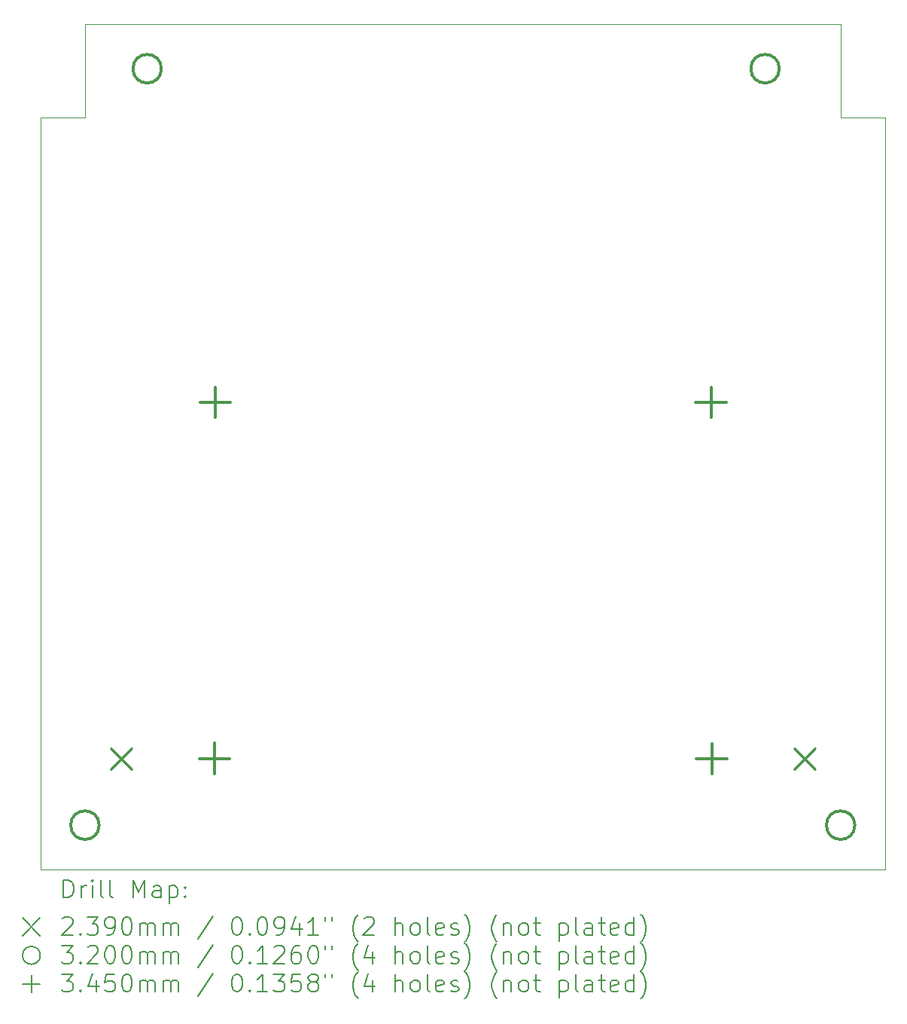
<source format=gbr>
%TF.GenerationSoftware,KiCad,Pcbnew,8.0.0*%
%TF.CreationDate,2025-01-17T01:01:03+02:00*%
%TF.ProjectId,diplomna_2024_bms_pcb_layout,6469706c-6f6d-46e6-915f-323032345f62,rev?*%
%TF.SameCoordinates,Original*%
%TF.FileFunction,Drillmap*%
%TF.FilePolarity,Positive*%
%FSLAX45Y45*%
G04 Gerber Fmt 4.5, Leading zero omitted, Abs format (unit mm)*
G04 Created by KiCad (PCBNEW 8.0.0) date 2025-01-17 01:01:03*
%MOMM*%
%LPD*%
G01*
G04 APERTURE LIST*
%ADD10C,0.050000*%
%ADD11C,0.200000*%
%ADD12C,0.239000*%
%ADD13C,0.320000*%
%ADD14C,0.345000*%
G04 APERTURE END LIST*
D10*
X18000000Y-4950000D02*
X26500000Y-4950000D01*
X27000000Y-6000000D02*
X27000000Y-14450000D01*
X26500000Y-6000000D02*
X27000000Y-6000000D01*
X27000000Y-14450000D02*
X17500000Y-14450000D01*
X17500000Y-14450000D02*
X17500000Y-6000000D01*
X18000000Y-6000000D02*
X18000000Y-4950000D01*
X17500000Y-6000000D02*
X18000000Y-6000000D01*
X26500000Y-4950000D02*
X26500000Y-6000000D01*
D11*
D12*
X18290500Y-13083500D02*
X18529500Y-13322500D01*
X18529500Y-13083500D02*
X18290500Y-13322500D01*
X25978000Y-13082000D02*
X26217000Y-13321000D01*
X26217000Y-13082000D02*
X25978000Y-13321000D01*
D13*
X18160000Y-13950000D02*
G75*
G02*
X17840000Y-13950000I-160000J0D01*
G01*
X17840000Y-13950000D02*
G75*
G02*
X18160000Y-13950000I160000J0D01*
G01*
X18860000Y-5450000D02*
G75*
G02*
X18540000Y-5450000I-160000J0D01*
G01*
X18540000Y-5450000D02*
G75*
G02*
X18860000Y-5450000I160000J0D01*
G01*
X25810000Y-5450000D02*
G75*
G02*
X25490000Y-5450000I-160000J0D01*
G01*
X25490000Y-5450000D02*
G75*
G02*
X25810000Y-5450000I160000J0D01*
G01*
X26660000Y-13950000D02*
G75*
G02*
X26340000Y-13950000I-160000J0D01*
G01*
X26340000Y-13950000D02*
G75*
G02*
X26660000Y-13950000I160000J0D01*
G01*
D14*
X19457500Y-13029000D02*
X19457500Y-13374000D01*
X19285000Y-13201500D02*
X19630000Y-13201500D01*
X19465000Y-9027500D02*
X19465000Y-9372500D01*
X19292500Y-9200000D02*
X19637500Y-9200000D01*
X25042500Y-9026000D02*
X25042500Y-9371000D01*
X24870000Y-9198500D02*
X25215000Y-9198500D01*
X25050000Y-13030500D02*
X25050000Y-13375500D01*
X24877500Y-13203000D02*
X25222500Y-13203000D01*
D11*
X17758277Y-14763984D02*
X17758277Y-14563984D01*
X17758277Y-14563984D02*
X17805896Y-14563984D01*
X17805896Y-14563984D02*
X17834467Y-14573508D01*
X17834467Y-14573508D02*
X17853515Y-14592555D01*
X17853515Y-14592555D02*
X17863039Y-14611603D01*
X17863039Y-14611603D02*
X17872563Y-14649698D01*
X17872563Y-14649698D02*
X17872563Y-14678269D01*
X17872563Y-14678269D02*
X17863039Y-14716365D01*
X17863039Y-14716365D02*
X17853515Y-14735412D01*
X17853515Y-14735412D02*
X17834467Y-14754460D01*
X17834467Y-14754460D02*
X17805896Y-14763984D01*
X17805896Y-14763984D02*
X17758277Y-14763984D01*
X17958277Y-14763984D02*
X17958277Y-14630650D01*
X17958277Y-14668746D02*
X17967801Y-14649698D01*
X17967801Y-14649698D02*
X17977324Y-14640174D01*
X17977324Y-14640174D02*
X17996372Y-14630650D01*
X17996372Y-14630650D02*
X18015420Y-14630650D01*
X18082086Y-14763984D02*
X18082086Y-14630650D01*
X18082086Y-14563984D02*
X18072563Y-14573508D01*
X18072563Y-14573508D02*
X18082086Y-14583031D01*
X18082086Y-14583031D02*
X18091610Y-14573508D01*
X18091610Y-14573508D02*
X18082086Y-14563984D01*
X18082086Y-14563984D02*
X18082086Y-14583031D01*
X18205896Y-14763984D02*
X18186848Y-14754460D01*
X18186848Y-14754460D02*
X18177324Y-14735412D01*
X18177324Y-14735412D02*
X18177324Y-14563984D01*
X18310658Y-14763984D02*
X18291610Y-14754460D01*
X18291610Y-14754460D02*
X18282086Y-14735412D01*
X18282086Y-14735412D02*
X18282086Y-14563984D01*
X18539229Y-14763984D02*
X18539229Y-14563984D01*
X18539229Y-14563984D02*
X18605896Y-14706841D01*
X18605896Y-14706841D02*
X18672563Y-14563984D01*
X18672563Y-14563984D02*
X18672563Y-14763984D01*
X18853515Y-14763984D02*
X18853515Y-14659222D01*
X18853515Y-14659222D02*
X18843991Y-14640174D01*
X18843991Y-14640174D02*
X18824944Y-14630650D01*
X18824944Y-14630650D02*
X18786848Y-14630650D01*
X18786848Y-14630650D02*
X18767801Y-14640174D01*
X18853515Y-14754460D02*
X18834467Y-14763984D01*
X18834467Y-14763984D02*
X18786848Y-14763984D01*
X18786848Y-14763984D02*
X18767801Y-14754460D01*
X18767801Y-14754460D02*
X18758277Y-14735412D01*
X18758277Y-14735412D02*
X18758277Y-14716365D01*
X18758277Y-14716365D02*
X18767801Y-14697317D01*
X18767801Y-14697317D02*
X18786848Y-14687793D01*
X18786848Y-14687793D02*
X18834467Y-14687793D01*
X18834467Y-14687793D02*
X18853515Y-14678269D01*
X18948753Y-14630650D02*
X18948753Y-14830650D01*
X18948753Y-14640174D02*
X18967801Y-14630650D01*
X18967801Y-14630650D02*
X19005896Y-14630650D01*
X19005896Y-14630650D02*
X19024944Y-14640174D01*
X19024944Y-14640174D02*
X19034467Y-14649698D01*
X19034467Y-14649698D02*
X19043991Y-14668746D01*
X19043991Y-14668746D02*
X19043991Y-14725888D01*
X19043991Y-14725888D02*
X19034467Y-14744936D01*
X19034467Y-14744936D02*
X19024944Y-14754460D01*
X19024944Y-14754460D02*
X19005896Y-14763984D01*
X19005896Y-14763984D02*
X18967801Y-14763984D01*
X18967801Y-14763984D02*
X18948753Y-14754460D01*
X19129705Y-14744936D02*
X19139229Y-14754460D01*
X19139229Y-14754460D02*
X19129705Y-14763984D01*
X19129705Y-14763984D02*
X19120182Y-14754460D01*
X19120182Y-14754460D02*
X19129705Y-14744936D01*
X19129705Y-14744936D02*
X19129705Y-14763984D01*
X19129705Y-14640174D02*
X19139229Y-14649698D01*
X19139229Y-14649698D02*
X19129705Y-14659222D01*
X19129705Y-14659222D02*
X19120182Y-14649698D01*
X19120182Y-14649698D02*
X19129705Y-14640174D01*
X19129705Y-14640174D02*
X19129705Y-14659222D01*
X17297500Y-14992500D02*
X17497500Y-15192500D01*
X17497500Y-14992500D02*
X17297500Y-15192500D01*
X17748753Y-15003031D02*
X17758277Y-14993508D01*
X17758277Y-14993508D02*
X17777324Y-14983984D01*
X17777324Y-14983984D02*
X17824944Y-14983984D01*
X17824944Y-14983984D02*
X17843991Y-14993508D01*
X17843991Y-14993508D02*
X17853515Y-15003031D01*
X17853515Y-15003031D02*
X17863039Y-15022079D01*
X17863039Y-15022079D02*
X17863039Y-15041127D01*
X17863039Y-15041127D02*
X17853515Y-15069698D01*
X17853515Y-15069698D02*
X17739229Y-15183984D01*
X17739229Y-15183984D02*
X17863039Y-15183984D01*
X17948753Y-15164936D02*
X17958277Y-15174460D01*
X17958277Y-15174460D02*
X17948753Y-15183984D01*
X17948753Y-15183984D02*
X17939229Y-15174460D01*
X17939229Y-15174460D02*
X17948753Y-15164936D01*
X17948753Y-15164936D02*
X17948753Y-15183984D01*
X18024944Y-14983984D02*
X18148753Y-14983984D01*
X18148753Y-14983984D02*
X18082086Y-15060174D01*
X18082086Y-15060174D02*
X18110658Y-15060174D01*
X18110658Y-15060174D02*
X18129705Y-15069698D01*
X18129705Y-15069698D02*
X18139229Y-15079222D01*
X18139229Y-15079222D02*
X18148753Y-15098269D01*
X18148753Y-15098269D02*
X18148753Y-15145888D01*
X18148753Y-15145888D02*
X18139229Y-15164936D01*
X18139229Y-15164936D02*
X18129705Y-15174460D01*
X18129705Y-15174460D02*
X18110658Y-15183984D01*
X18110658Y-15183984D02*
X18053515Y-15183984D01*
X18053515Y-15183984D02*
X18034467Y-15174460D01*
X18034467Y-15174460D02*
X18024944Y-15164936D01*
X18243991Y-15183984D02*
X18282086Y-15183984D01*
X18282086Y-15183984D02*
X18301134Y-15174460D01*
X18301134Y-15174460D02*
X18310658Y-15164936D01*
X18310658Y-15164936D02*
X18329705Y-15136365D01*
X18329705Y-15136365D02*
X18339229Y-15098269D01*
X18339229Y-15098269D02*
X18339229Y-15022079D01*
X18339229Y-15022079D02*
X18329705Y-15003031D01*
X18329705Y-15003031D02*
X18320182Y-14993508D01*
X18320182Y-14993508D02*
X18301134Y-14983984D01*
X18301134Y-14983984D02*
X18263039Y-14983984D01*
X18263039Y-14983984D02*
X18243991Y-14993508D01*
X18243991Y-14993508D02*
X18234467Y-15003031D01*
X18234467Y-15003031D02*
X18224944Y-15022079D01*
X18224944Y-15022079D02*
X18224944Y-15069698D01*
X18224944Y-15069698D02*
X18234467Y-15088746D01*
X18234467Y-15088746D02*
X18243991Y-15098269D01*
X18243991Y-15098269D02*
X18263039Y-15107793D01*
X18263039Y-15107793D02*
X18301134Y-15107793D01*
X18301134Y-15107793D02*
X18320182Y-15098269D01*
X18320182Y-15098269D02*
X18329705Y-15088746D01*
X18329705Y-15088746D02*
X18339229Y-15069698D01*
X18463039Y-14983984D02*
X18482086Y-14983984D01*
X18482086Y-14983984D02*
X18501134Y-14993508D01*
X18501134Y-14993508D02*
X18510658Y-15003031D01*
X18510658Y-15003031D02*
X18520182Y-15022079D01*
X18520182Y-15022079D02*
X18529705Y-15060174D01*
X18529705Y-15060174D02*
X18529705Y-15107793D01*
X18529705Y-15107793D02*
X18520182Y-15145888D01*
X18520182Y-15145888D02*
X18510658Y-15164936D01*
X18510658Y-15164936D02*
X18501134Y-15174460D01*
X18501134Y-15174460D02*
X18482086Y-15183984D01*
X18482086Y-15183984D02*
X18463039Y-15183984D01*
X18463039Y-15183984D02*
X18443991Y-15174460D01*
X18443991Y-15174460D02*
X18434467Y-15164936D01*
X18434467Y-15164936D02*
X18424944Y-15145888D01*
X18424944Y-15145888D02*
X18415420Y-15107793D01*
X18415420Y-15107793D02*
X18415420Y-15060174D01*
X18415420Y-15060174D02*
X18424944Y-15022079D01*
X18424944Y-15022079D02*
X18434467Y-15003031D01*
X18434467Y-15003031D02*
X18443991Y-14993508D01*
X18443991Y-14993508D02*
X18463039Y-14983984D01*
X18615420Y-15183984D02*
X18615420Y-15050650D01*
X18615420Y-15069698D02*
X18624944Y-15060174D01*
X18624944Y-15060174D02*
X18643991Y-15050650D01*
X18643991Y-15050650D02*
X18672563Y-15050650D01*
X18672563Y-15050650D02*
X18691610Y-15060174D01*
X18691610Y-15060174D02*
X18701134Y-15079222D01*
X18701134Y-15079222D02*
X18701134Y-15183984D01*
X18701134Y-15079222D02*
X18710658Y-15060174D01*
X18710658Y-15060174D02*
X18729705Y-15050650D01*
X18729705Y-15050650D02*
X18758277Y-15050650D01*
X18758277Y-15050650D02*
X18777325Y-15060174D01*
X18777325Y-15060174D02*
X18786848Y-15079222D01*
X18786848Y-15079222D02*
X18786848Y-15183984D01*
X18882086Y-15183984D02*
X18882086Y-15050650D01*
X18882086Y-15069698D02*
X18891610Y-15060174D01*
X18891610Y-15060174D02*
X18910658Y-15050650D01*
X18910658Y-15050650D02*
X18939229Y-15050650D01*
X18939229Y-15050650D02*
X18958277Y-15060174D01*
X18958277Y-15060174D02*
X18967801Y-15079222D01*
X18967801Y-15079222D02*
X18967801Y-15183984D01*
X18967801Y-15079222D02*
X18977325Y-15060174D01*
X18977325Y-15060174D02*
X18996372Y-15050650D01*
X18996372Y-15050650D02*
X19024944Y-15050650D01*
X19024944Y-15050650D02*
X19043991Y-15060174D01*
X19043991Y-15060174D02*
X19053515Y-15079222D01*
X19053515Y-15079222D02*
X19053515Y-15183984D01*
X19443991Y-14974460D02*
X19272563Y-15231603D01*
X19701134Y-14983984D02*
X19720182Y-14983984D01*
X19720182Y-14983984D02*
X19739229Y-14993508D01*
X19739229Y-14993508D02*
X19748753Y-15003031D01*
X19748753Y-15003031D02*
X19758277Y-15022079D01*
X19758277Y-15022079D02*
X19767801Y-15060174D01*
X19767801Y-15060174D02*
X19767801Y-15107793D01*
X19767801Y-15107793D02*
X19758277Y-15145888D01*
X19758277Y-15145888D02*
X19748753Y-15164936D01*
X19748753Y-15164936D02*
X19739229Y-15174460D01*
X19739229Y-15174460D02*
X19720182Y-15183984D01*
X19720182Y-15183984D02*
X19701134Y-15183984D01*
X19701134Y-15183984D02*
X19682087Y-15174460D01*
X19682087Y-15174460D02*
X19672563Y-15164936D01*
X19672563Y-15164936D02*
X19663039Y-15145888D01*
X19663039Y-15145888D02*
X19653515Y-15107793D01*
X19653515Y-15107793D02*
X19653515Y-15060174D01*
X19653515Y-15060174D02*
X19663039Y-15022079D01*
X19663039Y-15022079D02*
X19672563Y-15003031D01*
X19672563Y-15003031D02*
X19682087Y-14993508D01*
X19682087Y-14993508D02*
X19701134Y-14983984D01*
X19853515Y-15164936D02*
X19863039Y-15174460D01*
X19863039Y-15174460D02*
X19853515Y-15183984D01*
X19853515Y-15183984D02*
X19843991Y-15174460D01*
X19843991Y-15174460D02*
X19853515Y-15164936D01*
X19853515Y-15164936D02*
X19853515Y-15183984D01*
X19986848Y-14983984D02*
X20005896Y-14983984D01*
X20005896Y-14983984D02*
X20024944Y-14993508D01*
X20024944Y-14993508D02*
X20034468Y-15003031D01*
X20034468Y-15003031D02*
X20043991Y-15022079D01*
X20043991Y-15022079D02*
X20053515Y-15060174D01*
X20053515Y-15060174D02*
X20053515Y-15107793D01*
X20053515Y-15107793D02*
X20043991Y-15145888D01*
X20043991Y-15145888D02*
X20034468Y-15164936D01*
X20034468Y-15164936D02*
X20024944Y-15174460D01*
X20024944Y-15174460D02*
X20005896Y-15183984D01*
X20005896Y-15183984D02*
X19986848Y-15183984D01*
X19986848Y-15183984D02*
X19967801Y-15174460D01*
X19967801Y-15174460D02*
X19958277Y-15164936D01*
X19958277Y-15164936D02*
X19948753Y-15145888D01*
X19948753Y-15145888D02*
X19939229Y-15107793D01*
X19939229Y-15107793D02*
X19939229Y-15060174D01*
X19939229Y-15060174D02*
X19948753Y-15022079D01*
X19948753Y-15022079D02*
X19958277Y-15003031D01*
X19958277Y-15003031D02*
X19967801Y-14993508D01*
X19967801Y-14993508D02*
X19986848Y-14983984D01*
X20148753Y-15183984D02*
X20186848Y-15183984D01*
X20186848Y-15183984D02*
X20205896Y-15174460D01*
X20205896Y-15174460D02*
X20215420Y-15164936D01*
X20215420Y-15164936D02*
X20234468Y-15136365D01*
X20234468Y-15136365D02*
X20243991Y-15098269D01*
X20243991Y-15098269D02*
X20243991Y-15022079D01*
X20243991Y-15022079D02*
X20234468Y-15003031D01*
X20234468Y-15003031D02*
X20224944Y-14993508D01*
X20224944Y-14993508D02*
X20205896Y-14983984D01*
X20205896Y-14983984D02*
X20167801Y-14983984D01*
X20167801Y-14983984D02*
X20148753Y-14993508D01*
X20148753Y-14993508D02*
X20139229Y-15003031D01*
X20139229Y-15003031D02*
X20129706Y-15022079D01*
X20129706Y-15022079D02*
X20129706Y-15069698D01*
X20129706Y-15069698D02*
X20139229Y-15088746D01*
X20139229Y-15088746D02*
X20148753Y-15098269D01*
X20148753Y-15098269D02*
X20167801Y-15107793D01*
X20167801Y-15107793D02*
X20205896Y-15107793D01*
X20205896Y-15107793D02*
X20224944Y-15098269D01*
X20224944Y-15098269D02*
X20234468Y-15088746D01*
X20234468Y-15088746D02*
X20243991Y-15069698D01*
X20415420Y-15050650D02*
X20415420Y-15183984D01*
X20367801Y-14974460D02*
X20320182Y-15117317D01*
X20320182Y-15117317D02*
X20443991Y-15117317D01*
X20624944Y-15183984D02*
X20510658Y-15183984D01*
X20567801Y-15183984D02*
X20567801Y-14983984D01*
X20567801Y-14983984D02*
X20548753Y-15012555D01*
X20548753Y-15012555D02*
X20529706Y-15031603D01*
X20529706Y-15031603D02*
X20510658Y-15041127D01*
X20701134Y-14983984D02*
X20701134Y-15022079D01*
X20777325Y-14983984D02*
X20777325Y-15022079D01*
X21072563Y-15260174D02*
X21063039Y-15250650D01*
X21063039Y-15250650D02*
X21043991Y-15222079D01*
X21043991Y-15222079D02*
X21034468Y-15203031D01*
X21034468Y-15203031D02*
X21024944Y-15174460D01*
X21024944Y-15174460D02*
X21015420Y-15126841D01*
X21015420Y-15126841D02*
X21015420Y-15088746D01*
X21015420Y-15088746D02*
X21024944Y-15041127D01*
X21024944Y-15041127D02*
X21034468Y-15012555D01*
X21034468Y-15012555D02*
X21043991Y-14993508D01*
X21043991Y-14993508D02*
X21063039Y-14964936D01*
X21063039Y-14964936D02*
X21072563Y-14955412D01*
X21139230Y-15003031D02*
X21148753Y-14993508D01*
X21148753Y-14993508D02*
X21167801Y-14983984D01*
X21167801Y-14983984D02*
X21215420Y-14983984D01*
X21215420Y-14983984D02*
X21234468Y-14993508D01*
X21234468Y-14993508D02*
X21243991Y-15003031D01*
X21243991Y-15003031D02*
X21253515Y-15022079D01*
X21253515Y-15022079D02*
X21253515Y-15041127D01*
X21253515Y-15041127D02*
X21243991Y-15069698D01*
X21243991Y-15069698D02*
X21129706Y-15183984D01*
X21129706Y-15183984D02*
X21253515Y-15183984D01*
X21491611Y-15183984D02*
X21491611Y-14983984D01*
X21577325Y-15183984D02*
X21577325Y-15079222D01*
X21577325Y-15079222D02*
X21567801Y-15060174D01*
X21567801Y-15060174D02*
X21548753Y-15050650D01*
X21548753Y-15050650D02*
X21520182Y-15050650D01*
X21520182Y-15050650D02*
X21501134Y-15060174D01*
X21501134Y-15060174D02*
X21491611Y-15069698D01*
X21701134Y-15183984D02*
X21682087Y-15174460D01*
X21682087Y-15174460D02*
X21672563Y-15164936D01*
X21672563Y-15164936D02*
X21663039Y-15145888D01*
X21663039Y-15145888D02*
X21663039Y-15088746D01*
X21663039Y-15088746D02*
X21672563Y-15069698D01*
X21672563Y-15069698D02*
X21682087Y-15060174D01*
X21682087Y-15060174D02*
X21701134Y-15050650D01*
X21701134Y-15050650D02*
X21729706Y-15050650D01*
X21729706Y-15050650D02*
X21748753Y-15060174D01*
X21748753Y-15060174D02*
X21758277Y-15069698D01*
X21758277Y-15069698D02*
X21767801Y-15088746D01*
X21767801Y-15088746D02*
X21767801Y-15145888D01*
X21767801Y-15145888D02*
X21758277Y-15164936D01*
X21758277Y-15164936D02*
X21748753Y-15174460D01*
X21748753Y-15174460D02*
X21729706Y-15183984D01*
X21729706Y-15183984D02*
X21701134Y-15183984D01*
X21882087Y-15183984D02*
X21863039Y-15174460D01*
X21863039Y-15174460D02*
X21853515Y-15155412D01*
X21853515Y-15155412D02*
X21853515Y-14983984D01*
X22034468Y-15174460D02*
X22015420Y-15183984D01*
X22015420Y-15183984D02*
X21977325Y-15183984D01*
X21977325Y-15183984D02*
X21958277Y-15174460D01*
X21958277Y-15174460D02*
X21948753Y-15155412D01*
X21948753Y-15155412D02*
X21948753Y-15079222D01*
X21948753Y-15079222D02*
X21958277Y-15060174D01*
X21958277Y-15060174D02*
X21977325Y-15050650D01*
X21977325Y-15050650D02*
X22015420Y-15050650D01*
X22015420Y-15050650D02*
X22034468Y-15060174D01*
X22034468Y-15060174D02*
X22043992Y-15079222D01*
X22043992Y-15079222D02*
X22043992Y-15098269D01*
X22043992Y-15098269D02*
X21948753Y-15117317D01*
X22120182Y-15174460D02*
X22139230Y-15183984D01*
X22139230Y-15183984D02*
X22177325Y-15183984D01*
X22177325Y-15183984D02*
X22196373Y-15174460D01*
X22196373Y-15174460D02*
X22205896Y-15155412D01*
X22205896Y-15155412D02*
X22205896Y-15145888D01*
X22205896Y-15145888D02*
X22196373Y-15126841D01*
X22196373Y-15126841D02*
X22177325Y-15117317D01*
X22177325Y-15117317D02*
X22148753Y-15117317D01*
X22148753Y-15117317D02*
X22129706Y-15107793D01*
X22129706Y-15107793D02*
X22120182Y-15088746D01*
X22120182Y-15088746D02*
X22120182Y-15079222D01*
X22120182Y-15079222D02*
X22129706Y-15060174D01*
X22129706Y-15060174D02*
X22148753Y-15050650D01*
X22148753Y-15050650D02*
X22177325Y-15050650D01*
X22177325Y-15050650D02*
X22196373Y-15060174D01*
X22272563Y-15260174D02*
X22282087Y-15250650D01*
X22282087Y-15250650D02*
X22301134Y-15222079D01*
X22301134Y-15222079D02*
X22310658Y-15203031D01*
X22310658Y-15203031D02*
X22320182Y-15174460D01*
X22320182Y-15174460D02*
X22329706Y-15126841D01*
X22329706Y-15126841D02*
X22329706Y-15088746D01*
X22329706Y-15088746D02*
X22320182Y-15041127D01*
X22320182Y-15041127D02*
X22310658Y-15012555D01*
X22310658Y-15012555D02*
X22301134Y-14993508D01*
X22301134Y-14993508D02*
X22282087Y-14964936D01*
X22282087Y-14964936D02*
X22272563Y-14955412D01*
X22634468Y-15260174D02*
X22624944Y-15250650D01*
X22624944Y-15250650D02*
X22605896Y-15222079D01*
X22605896Y-15222079D02*
X22596372Y-15203031D01*
X22596372Y-15203031D02*
X22586849Y-15174460D01*
X22586849Y-15174460D02*
X22577325Y-15126841D01*
X22577325Y-15126841D02*
X22577325Y-15088746D01*
X22577325Y-15088746D02*
X22586849Y-15041127D01*
X22586849Y-15041127D02*
X22596372Y-15012555D01*
X22596372Y-15012555D02*
X22605896Y-14993508D01*
X22605896Y-14993508D02*
X22624944Y-14964936D01*
X22624944Y-14964936D02*
X22634468Y-14955412D01*
X22710658Y-15050650D02*
X22710658Y-15183984D01*
X22710658Y-15069698D02*
X22720182Y-15060174D01*
X22720182Y-15060174D02*
X22739230Y-15050650D01*
X22739230Y-15050650D02*
X22767801Y-15050650D01*
X22767801Y-15050650D02*
X22786849Y-15060174D01*
X22786849Y-15060174D02*
X22796372Y-15079222D01*
X22796372Y-15079222D02*
X22796372Y-15183984D01*
X22920182Y-15183984D02*
X22901134Y-15174460D01*
X22901134Y-15174460D02*
X22891611Y-15164936D01*
X22891611Y-15164936D02*
X22882087Y-15145888D01*
X22882087Y-15145888D02*
X22882087Y-15088746D01*
X22882087Y-15088746D02*
X22891611Y-15069698D01*
X22891611Y-15069698D02*
X22901134Y-15060174D01*
X22901134Y-15060174D02*
X22920182Y-15050650D01*
X22920182Y-15050650D02*
X22948753Y-15050650D01*
X22948753Y-15050650D02*
X22967801Y-15060174D01*
X22967801Y-15060174D02*
X22977325Y-15069698D01*
X22977325Y-15069698D02*
X22986849Y-15088746D01*
X22986849Y-15088746D02*
X22986849Y-15145888D01*
X22986849Y-15145888D02*
X22977325Y-15164936D01*
X22977325Y-15164936D02*
X22967801Y-15174460D01*
X22967801Y-15174460D02*
X22948753Y-15183984D01*
X22948753Y-15183984D02*
X22920182Y-15183984D01*
X23043992Y-15050650D02*
X23120182Y-15050650D01*
X23072563Y-14983984D02*
X23072563Y-15155412D01*
X23072563Y-15155412D02*
X23082087Y-15174460D01*
X23082087Y-15174460D02*
X23101134Y-15183984D01*
X23101134Y-15183984D02*
X23120182Y-15183984D01*
X23339230Y-15050650D02*
X23339230Y-15250650D01*
X23339230Y-15060174D02*
X23358277Y-15050650D01*
X23358277Y-15050650D02*
X23396373Y-15050650D01*
X23396373Y-15050650D02*
X23415420Y-15060174D01*
X23415420Y-15060174D02*
X23424944Y-15069698D01*
X23424944Y-15069698D02*
X23434468Y-15088746D01*
X23434468Y-15088746D02*
X23434468Y-15145888D01*
X23434468Y-15145888D02*
X23424944Y-15164936D01*
X23424944Y-15164936D02*
X23415420Y-15174460D01*
X23415420Y-15174460D02*
X23396373Y-15183984D01*
X23396373Y-15183984D02*
X23358277Y-15183984D01*
X23358277Y-15183984D02*
X23339230Y-15174460D01*
X23548753Y-15183984D02*
X23529706Y-15174460D01*
X23529706Y-15174460D02*
X23520182Y-15155412D01*
X23520182Y-15155412D02*
X23520182Y-14983984D01*
X23710658Y-15183984D02*
X23710658Y-15079222D01*
X23710658Y-15079222D02*
X23701134Y-15060174D01*
X23701134Y-15060174D02*
X23682087Y-15050650D01*
X23682087Y-15050650D02*
X23643992Y-15050650D01*
X23643992Y-15050650D02*
X23624944Y-15060174D01*
X23710658Y-15174460D02*
X23691611Y-15183984D01*
X23691611Y-15183984D02*
X23643992Y-15183984D01*
X23643992Y-15183984D02*
X23624944Y-15174460D01*
X23624944Y-15174460D02*
X23615420Y-15155412D01*
X23615420Y-15155412D02*
X23615420Y-15136365D01*
X23615420Y-15136365D02*
X23624944Y-15117317D01*
X23624944Y-15117317D02*
X23643992Y-15107793D01*
X23643992Y-15107793D02*
X23691611Y-15107793D01*
X23691611Y-15107793D02*
X23710658Y-15098269D01*
X23777325Y-15050650D02*
X23853515Y-15050650D01*
X23805896Y-14983984D02*
X23805896Y-15155412D01*
X23805896Y-15155412D02*
X23815420Y-15174460D01*
X23815420Y-15174460D02*
X23834468Y-15183984D01*
X23834468Y-15183984D02*
X23853515Y-15183984D01*
X23996373Y-15174460D02*
X23977325Y-15183984D01*
X23977325Y-15183984D02*
X23939230Y-15183984D01*
X23939230Y-15183984D02*
X23920182Y-15174460D01*
X23920182Y-15174460D02*
X23910658Y-15155412D01*
X23910658Y-15155412D02*
X23910658Y-15079222D01*
X23910658Y-15079222D02*
X23920182Y-15060174D01*
X23920182Y-15060174D02*
X23939230Y-15050650D01*
X23939230Y-15050650D02*
X23977325Y-15050650D01*
X23977325Y-15050650D02*
X23996373Y-15060174D01*
X23996373Y-15060174D02*
X24005896Y-15079222D01*
X24005896Y-15079222D02*
X24005896Y-15098269D01*
X24005896Y-15098269D02*
X23910658Y-15117317D01*
X24177325Y-15183984D02*
X24177325Y-14983984D01*
X24177325Y-15174460D02*
X24158277Y-15183984D01*
X24158277Y-15183984D02*
X24120182Y-15183984D01*
X24120182Y-15183984D02*
X24101134Y-15174460D01*
X24101134Y-15174460D02*
X24091611Y-15164936D01*
X24091611Y-15164936D02*
X24082087Y-15145888D01*
X24082087Y-15145888D02*
X24082087Y-15088746D01*
X24082087Y-15088746D02*
X24091611Y-15069698D01*
X24091611Y-15069698D02*
X24101134Y-15060174D01*
X24101134Y-15060174D02*
X24120182Y-15050650D01*
X24120182Y-15050650D02*
X24158277Y-15050650D01*
X24158277Y-15050650D02*
X24177325Y-15060174D01*
X24253515Y-15260174D02*
X24263039Y-15250650D01*
X24263039Y-15250650D02*
X24282087Y-15222079D01*
X24282087Y-15222079D02*
X24291611Y-15203031D01*
X24291611Y-15203031D02*
X24301134Y-15174460D01*
X24301134Y-15174460D02*
X24310658Y-15126841D01*
X24310658Y-15126841D02*
X24310658Y-15088746D01*
X24310658Y-15088746D02*
X24301134Y-15041127D01*
X24301134Y-15041127D02*
X24291611Y-15012555D01*
X24291611Y-15012555D02*
X24282087Y-14993508D01*
X24282087Y-14993508D02*
X24263039Y-14964936D01*
X24263039Y-14964936D02*
X24253515Y-14955412D01*
X17497500Y-15412500D02*
G75*
G02*
X17297500Y-15412500I-100000J0D01*
G01*
X17297500Y-15412500D02*
G75*
G02*
X17497500Y-15412500I100000J0D01*
G01*
X17739229Y-15303984D02*
X17863039Y-15303984D01*
X17863039Y-15303984D02*
X17796372Y-15380174D01*
X17796372Y-15380174D02*
X17824944Y-15380174D01*
X17824944Y-15380174D02*
X17843991Y-15389698D01*
X17843991Y-15389698D02*
X17853515Y-15399222D01*
X17853515Y-15399222D02*
X17863039Y-15418269D01*
X17863039Y-15418269D02*
X17863039Y-15465888D01*
X17863039Y-15465888D02*
X17853515Y-15484936D01*
X17853515Y-15484936D02*
X17843991Y-15494460D01*
X17843991Y-15494460D02*
X17824944Y-15503984D01*
X17824944Y-15503984D02*
X17767801Y-15503984D01*
X17767801Y-15503984D02*
X17748753Y-15494460D01*
X17748753Y-15494460D02*
X17739229Y-15484936D01*
X17948753Y-15484936D02*
X17958277Y-15494460D01*
X17958277Y-15494460D02*
X17948753Y-15503984D01*
X17948753Y-15503984D02*
X17939229Y-15494460D01*
X17939229Y-15494460D02*
X17948753Y-15484936D01*
X17948753Y-15484936D02*
X17948753Y-15503984D01*
X18034467Y-15323031D02*
X18043991Y-15313508D01*
X18043991Y-15313508D02*
X18063039Y-15303984D01*
X18063039Y-15303984D02*
X18110658Y-15303984D01*
X18110658Y-15303984D02*
X18129705Y-15313508D01*
X18129705Y-15313508D02*
X18139229Y-15323031D01*
X18139229Y-15323031D02*
X18148753Y-15342079D01*
X18148753Y-15342079D02*
X18148753Y-15361127D01*
X18148753Y-15361127D02*
X18139229Y-15389698D01*
X18139229Y-15389698D02*
X18024944Y-15503984D01*
X18024944Y-15503984D02*
X18148753Y-15503984D01*
X18272563Y-15303984D02*
X18291610Y-15303984D01*
X18291610Y-15303984D02*
X18310658Y-15313508D01*
X18310658Y-15313508D02*
X18320182Y-15323031D01*
X18320182Y-15323031D02*
X18329705Y-15342079D01*
X18329705Y-15342079D02*
X18339229Y-15380174D01*
X18339229Y-15380174D02*
X18339229Y-15427793D01*
X18339229Y-15427793D02*
X18329705Y-15465888D01*
X18329705Y-15465888D02*
X18320182Y-15484936D01*
X18320182Y-15484936D02*
X18310658Y-15494460D01*
X18310658Y-15494460D02*
X18291610Y-15503984D01*
X18291610Y-15503984D02*
X18272563Y-15503984D01*
X18272563Y-15503984D02*
X18253515Y-15494460D01*
X18253515Y-15494460D02*
X18243991Y-15484936D01*
X18243991Y-15484936D02*
X18234467Y-15465888D01*
X18234467Y-15465888D02*
X18224944Y-15427793D01*
X18224944Y-15427793D02*
X18224944Y-15380174D01*
X18224944Y-15380174D02*
X18234467Y-15342079D01*
X18234467Y-15342079D02*
X18243991Y-15323031D01*
X18243991Y-15323031D02*
X18253515Y-15313508D01*
X18253515Y-15313508D02*
X18272563Y-15303984D01*
X18463039Y-15303984D02*
X18482086Y-15303984D01*
X18482086Y-15303984D02*
X18501134Y-15313508D01*
X18501134Y-15313508D02*
X18510658Y-15323031D01*
X18510658Y-15323031D02*
X18520182Y-15342079D01*
X18520182Y-15342079D02*
X18529705Y-15380174D01*
X18529705Y-15380174D02*
X18529705Y-15427793D01*
X18529705Y-15427793D02*
X18520182Y-15465888D01*
X18520182Y-15465888D02*
X18510658Y-15484936D01*
X18510658Y-15484936D02*
X18501134Y-15494460D01*
X18501134Y-15494460D02*
X18482086Y-15503984D01*
X18482086Y-15503984D02*
X18463039Y-15503984D01*
X18463039Y-15503984D02*
X18443991Y-15494460D01*
X18443991Y-15494460D02*
X18434467Y-15484936D01*
X18434467Y-15484936D02*
X18424944Y-15465888D01*
X18424944Y-15465888D02*
X18415420Y-15427793D01*
X18415420Y-15427793D02*
X18415420Y-15380174D01*
X18415420Y-15380174D02*
X18424944Y-15342079D01*
X18424944Y-15342079D02*
X18434467Y-15323031D01*
X18434467Y-15323031D02*
X18443991Y-15313508D01*
X18443991Y-15313508D02*
X18463039Y-15303984D01*
X18615420Y-15503984D02*
X18615420Y-15370650D01*
X18615420Y-15389698D02*
X18624944Y-15380174D01*
X18624944Y-15380174D02*
X18643991Y-15370650D01*
X18643991Y-15370650D02*
X18672563Y-15370650D01*
X18672563Y-15370650D02*
X18691610Y-15380174D01*
X18691610Y-15380174D02*
X18701134Y-15399222D01*
X18701134Y-15399222D02*
X18701134Y-15503984D01*
X18701134Y-15399222D02*
X18710658Y-15380174D01*
X18710658Y-15380174D02*
X18729705Y-15370650D01*
X18729705Y-15370650D02*
X18758277Y-15370650D01*
X18758277Y-15370650D02*
X18777325Y-15380174D01*
X18777325Y-15380174D02*
X18786848Y-15399222D01*
X18786848Y-15399222D02*
X18786848Y-15503984D01*
X18882086Y-15503984D02*
X18882086Y-15370650D01*
X18882086Y-15389698D02*
X18891610Y-15380174D01*
X18891610Y-15380174D02*
X18910658Y-15370650D01*
X18910658Y-15370650D02*
X18939229Y-15370650D01*
X18939229Y-15370650D02*
X18958277Y-15380174D01*
X18958277Y-15380174D02*
X18967801Y-15399222D01*
X18967801Y-15399222D02*
X18967801Y-15503984D01*
X18967801Y-15399222D02*
X18977325Y-15380174D01*
X18977325Y-15380174D02*
X18996372Y-15370650D01*
X18996372Y-15370650D02*
X19024944Y-15370650D01*
X19024944Y-15370650D02*
X19043991Y-15380174D01*
X19043991Y-15380174D02*
X19053515Y-15399222D01*
X19053515Y-15399222D02*
X19053515Y-15503984D01*
X19443991Y-15294460D02*
X19272563Y-15551603D01*
X19701134Y-15303984D02*
X19720182Y-15303984D01*
X19720182Y-15303984D02*
X19739229Y-15313508D01*
X19739229Y-15313508D02*
X19748753Y-15323031D01*
X19748753Y-15323031D02*
X19758277Y-15342079D01*
X19758277Y-15342079D02*
X19767801Y-15380174D01*
X19767801Y-15380174D02*
X19767801Y-15427793D01*
X19767801Y-15427793D02*
X19758277Y-15465888D01*
X19758277Y-15465888D02*
X19748753Y-15484936D01*
X19748753Y-15484936D02*
X19739229Y-15494460D01*
X19739229Y-15494460D02*
X19720182Y-15503984D01*
X19720182Y-15503984D02*
X19701134Y-15503984D01*
X19701134Y-15503984D02*
X19682087Y-15494460D01*
X19682087Y-15494460D02*
X19672563Y-15484936D01*
X19672563Y-15484936D02*
X19663039Y-15465888D01*
X19663039Y-15465888D02*
X19653515Y-15427793D01*
X19653515Y-15427793D02*
X19653515Y-15380174D01*
X19653515Y-15380174D02*
X19663039Y-15342079D01*
X19663039Y-15342079D02*
X19672563Y-15323031D01*
X19672563Y-15323031D02*
X19682087Y-15313508D01*
X19682087Y-15313508D02*
X19701134Y-15303984D01*
X19853515Y-15484936D02*
X19863039Y-15494460D01*
X19863039Y-15494460D02*
X19853515Y-15503984D01*
X19853515Y-15503984D02*
X19843991Y-15494460D01*
X19843991Y-15494460D02*
X19853515Y-15484936D01*
X19853515Y-15484936D02*
X19853515Y-15503984D01*
X20053515Y-15503984D02*
X19939229Y-15503984D01*
X19996372Y-15503984D02*
X19996372Y-15303984D01*
X19996372Y-15303984D02*
X19977325Y-15332555D01*
X19977325Y-15332555D02*
X19958277Y-15351603D01*
X19958277Y-15351603D02*
X19939229Y-15361127D01*
X20129706Y-15323031D02*
X20139229Y-15313508D01*
X20139229Y-15313508D02*
X20158277Y-15303984D01*
X20158277Y-15303984D02*
X20205896Y-15303984D01*
X20205896Y-15303984D02*
X20224944Y-15313508D01*
X20224944Y-15313508D02*
X20234468Y-15323031D01*
X20234468Y-15323031D02*
X20243991Y-15342079D01*
X20243991Y-15342079D02*
X20243991Y-15361127D01*
X20243991Y-15361127D02*
X20234468Y-15389698D01*
X20234468Y-15389698D02*
X20120182Y-15503984D01*
X20120182Y-15503984D02*
X20243991Y-15503984D01*
X20415420Y-15303984D02*
X20377325Y-15303984D01*
X20377325Y-15303984D02*
X20358277Y-15313508D01*
X20358277Y-15313508D02*
X20348753Y-15323031D01*
X20348753Y-15323031D02*
X20329706Y-15351603D01*
X20329706Y-15351603D02*
X20320182Y-15389698D01*
X20320182Y-15389698D02*
X20320182Y-15465888D01*
X20320182Y-15465888D02*
X20329706Y-15484936D01*
X20329706Y-15484936D02*
X20339229Y-15494460D01*
X20339229Y-15494460D02*
X20358277Y-15503984D01*
X20358277Y-15503984D02*
X20396372Y-15503984D01*
X20396372Y-15503984D02*
X20415420Y-15494460D01*
X20415420Y-15494460D02*
X20424944Y-15484936D01*
X20424944Y-15484936D02*
X20434468Y-15465888D01*
X20434468Y-15465888D02*
X20434468Y-15418269D01*
X20434468Y-15418269D02*
X20424944Y-15399222D01*
X20424944Y-15399222D02*
X20415420Y-15389698D01*
X20415420Y-15389698D02*
X20396372Y-15380174D01*
X20396372Y-15380174D02*
X20358277Y-15380174D01*
X20358277Y-15380174D02*
X20339229Y-15389698D01*
X20339229Y-15389698D02*
X20329706Y-15399222D01*
X20329706Y-15399222D02*
X20320182Y-15418269D01*
X20558277Y-15303984D02*
X20577325Y-15303984D01*
X20577325Y-15303984D02*
X20596372Y-15313508D01*
X20596372Y-15313508D02*
X20605896Y-15323031D01*
X20605896Y-15323031D02*
X20615420Y-15342079D01*
X20615420Y-15342079D02*
X20624944Y-15380174D01*
X20624944Y-15380174D02*
X20624944Y-15427793D01*
X20624944Y-15427793D02*
X20615420Y-15465888D01*
X20615420Y-15465888D02*
X20605896Y-15484936D01*
X20605896Y-15484936D02*
X20596372Y-15494460D01*
X20596372Y-15494460D02*
X20577325Y-15503984D01*
X20577325Y-15503984D02*
X20558277Y-15503984D01*
X20558277Y-15503984D02*
X20539229Y-15494460D01*
X20539229Y-15494460D02*
X20529706Y-15484936D01*
X20529706Y-15484936D02*
X20520182Y-15465888D01*
X20520182Y-15465888D02*
X20510658Y-15427793D01*
X20510658Y-15427793D02*
X20510658Y-15380174D01*
X20510658Y-15380174D02*
X20520182Y-15342079D01*
X20520182Y-15342079D02*
X20529706Y-15323031D01*
X20529706Y-15323031D02*
X20539229Y-15313508D01*
X20539229Y-15313508D02*
X20558277Y-15303984D01*
X20701134Y-15303984D02*
X20701134Y-15342079D01*
X20777325Y-15303984D02*
X20777325Y-15342079D01*
X21072563Y-15580174D02*
X21063039Y-15570650D01*
X21063039Y-15570650D02*
X21043991Y-15542079D01*
X21043991Y-15542079D02*
X21034468Y-15523031D01*
X21034468Y-15523031D02*
X21024944Y-15494460D01*
X21024944Y-15494460D02*
X21015420Y-15446841D01*
X21015420Y-15446841D02*
X21015420Y-15408746D01*
X21015420Y-15408746D02*
X21024944Y-15361127D01*
X21024944Y-15361127D02*
X21034468Y-15332555D01*
X21034468Y-15332555D02*
X21043991Y-15313508D01*
X21043991Y-15313508D02*
X21063039Y-15284936D01*
X21063039Y-15284936D02*
X21072563Y-15275412D01*
X21234468Y-15370650D02*
X21234468Y-15503984D01*
X21186849Y-15294460D02*
X21139230Y-15437317D01*
X21139230Y-15437317D02*
X21263039Y-15437317D01*
X21491611Y-15503984D02*
X21491611Y-15303984D01*
X21577325Y-15503984D02*
X21577325Y-15399222D01*
X21577325Y-15399222D02*
X21567801Y-15380174D01*
X21567801Y-15380174D02*
X21548753Y-15370650D01*
X21548753Y-15370650D02*
X21520182Y-15370650D01*
X21520182Y-15370650D02*
X21501134Y-15380174D01*
X21501134Y-15380174D02*
X21491611Y-15389698D01*
X21701134Y-15503984D02*
X21682087Y-15494460D01*
X21682087Y-15494460D02*
X21672563Y-15484936D01*
X21672563Y-15484936D02*
X21663039Y-15465888D01*
X21663039Y-15465888D02*
X21663039Y-15408746D01*
X21663039Y-15408746D02*
X21672563Y-15389698D01*
X21672563Y-15389698D02*
X21682087Y-15380174D01*
X21682087Y-15380174D02*
X21701134Y-15370650D01*
X21701134Y-15370650D02*
X21729706Y-15370650D01*
X21729706Y-15370650D02*
X21748753Y-15380174D01*
X21748753Y-15380174D02*
X21758277Y-15389698D01*
X21758277Y-15389698D02*
X21767801Y-15408746D01*
X21767801Y-15408746D02*
X21767801Y-15465888D01*
X21767801Y-15465888D02*
X21758277Y-15484936D01*
X21758277Y-15484936D02*
X21748753Y-15494460D01*
X21748753Y-15494460D02*
X21729706Y-15503984D01*
X21729706Y-15503984D02*
X21701134Y-15503984D01*
X21882087Y-15503984D02*
X21863039Y-15494460D01*
X21863039Y-15494460D02*
X21853515Y-15475412D01*
X21853515Y-15475412D02*
X21853515Y-15303984D01*
X22034468Y-15494460D02*
X22015420Y-15503984D01*
X22015420Y-15503984D02*
X21977325Y-15503984D01*
X21977325Y-15503984D02*
X21958277Y-15494460D01*
X21958277Y-15494460D02*
X21948753Y-15475412D01*
X21948753Y-15475412D02*
X21948753Y-15399222D01*
X21948753Y-15399222D02*
X21958277Y-15380174D01*
X21958277Y-15380174D02*
X21977325Y-15370650D01*
X21977325Y-15370650D02*
X22015420Y-15370650D01*
X22015420Y-15370650D02*
X22034468Y-15380174D01*
X22034468Y-15380174D02*
X22043992Y-15399222D01*
X22043992Y-15399222D02*
X22043992Y-15418269D01*
X22043992Y-15418269D02*
X21948753Y-15437317D01*
X22120182Y-15494460D02*
X22139230Y-15503984D01*
X22139230Y-15503984D02*
X22177325Y-15503984D01*
X22177325Y-15503984D02*
X22196373Y-15494460D01*
X22196373Y-15494460D02*
X22205896Y-15475412D01*
X22205896Y-15475412D02*
X22205896Y-15465888D01*
X22205896Y-15465888D02*
X22196373Y-15446841D01*
X22196373Y-15446841D02*
X22177325Y-15437317D01*
X22177325Y-15437317D02*
X22148753Y-15437317D01*
X22148753Y-15437317D02*
X22129706Y-15427793D01*
X22129706Y-15427793D02*
X22120182Y-15408746D01*
X22120182Y-15408746D02*
X22120182Y-15399222D01*
X22120182Y-15399222D02*
X22129706Y-15380174D01*
X22129706Y-15380174D02*
X22148753Y-15370650D01*
X22148753Y-15370650D02*
X22177325Y-15370650D01*
X22177325Y-15370650D02*
X22196373Y-15380174D01*
X22272563Y-15580174D02*
X22282087Y-15570650D01*
X22282087Y-15570650D02*
X22301134Y-15542079D01*
X22301134Y-15542079D02*
X22310658Y-15523031D01*
X22310658Y-15523031D02*
X22320182Y-15494460D01*
X22320182Y-15494460D02*
X22329706Y-15446841D01*
X22329706Y-15446841D02*
X22329706Y-15408746D01*
X22329706Y-15408746D02*
X22320182Y-15361127D01*
X22320182Y-15361127D02*
X22310658Y-15332555D01*
X22310658Y-15332555D02*
X22301134Y-15313508D01*
X22301134Y-15313508D02*
X22282087Y-15284936D01*
X22282087Y-15284936D02*
X22272563Y-15275412D01*
X22634468Y-15580174D02*
X22624944Y-15570650D01*
X22624944Y-15570650D02*
X22605896Y-15542079D01*
X22605896Y-15542079D02*
X22596372Y-15523031D01*
X22596372Y-15523031D02*
X22586849Y-15494460D01*
X22586849Y-15494460D02*
X22577325Y-15446841D01*
X22577325Y-15446841D02*
X22577325Y-15408746D01*
X22577325Y-15408746D02*
X22586849Y-15361127D01*
X22586849Y-15361127D02*
X22596372Y-15332555D01*
X22596372Y-15332555D02*
X22605896Y-15313508D01*
X22605896Y-15313508D02*
X22624944Y-15284936D01*
X22624944Y-15284936D02*
X22634468Y-15275412D01*
X22710658Y-15370650D02*
X22710658Y-15503984D01*
X22710658Y-15389698D02*
X22720182Y-15380174D01*
X22720182Y-15380174D02*
X22739230Y-15370650D01*
X22739230Y-15370650D02*
X22767801Y-15370650D01*
X22767801Y-15370650D02*
X22786849Y-15380174D01*
X22786849Y-15380174D02*
X22796372Y-15399222D01*
X22796372Y-15399222D02*
X22796372Y-15503984D01*
X22920182Y-15503984D02*
X22901134Y-15494460D01*
X22901134Y-15494460D02*
X22891611Y-15484936D01*
X22891611Y-15484936D02*
X22882087Y-15465888D01*
X22882087Y-15465888D02*
X22882087Y-15408746D01*
X22882087Y-15408746D02*
X22891611Y-15389698D01*
X22891611Y-15389698D02*
X22901134Y-15380174D01*
X22901134Y-15380174D02*
X22920182Y-15370650D01*
X22920182Y-15370650D02*
X22948753Y-15370650D01*
X22948753Y-15370650D02*
X22967801Y-15380174D01*
X22967801Y-15380174D02*
X22977325Y-15389698D01*
X22977325Y-15389698D02*
X22986849Y-15408746D01*
X22986849Y-15408746D02*
X22986849Y-15465888D01*
X22986849Y-15465888D02*
X22977325Y-15484936D01*
X22977325Y-15484936D02*
X22967801Y-15494460D01*
X22967801Y-15494460D02*
X22948753Y-15503984D01*
X22948753Y-15503984D02*
X22920182Y-15503984D01*
X23043992Y-15370650D02*
X23120182Y-15370650D01*
X23072563Y-15303984D02*
X23072563Y-15475412D01*
X23072563Y-15475412D02*
X23082087Y-15494460D01*
X23082087Y-15494460D02*
X23101134Y-15503984D01*
X23101134Y-15503984D02*
X23120182Y-15503984D01*
X23339230Y-15370650D02*
X23339230Y-15570650D01*
X23339230Y-15380174D02*
X23358277Y-15370650D01*
X23358277Y-15370650D02*
X23396373Y-15370650D01*
X23396373Y-15370650D02*
X23415420Y-15380174D01*
X23415420Y-15380174D02*
X23424944Y-15389698D01*
X23424944Y-15389698D02*
X23434468Y-15408746D01*
X23434468Y-15408746D02*
X23434468Y-15465888D01*
X23434468Y-15465888D02*
X23424944Y-15484936D01*
X23424944Y-15484936D02*
X23415420Y-15494460D01*
X23415420Y-15494460D02*
X23396373Y-15503984D01*
X23396373Y-15503984D02*
X23358277Y-15503984D01*
X23358277Y-15503984D02*
X23339230Y-15494460D01*
X23548753Y-15503984D02*
X23529706Y-15494460D01*
X23529706Y-15494460D02*
X23520182Y-15475412D01*
X23520182Y-15475412D02*
X23520182Y-15303984D01*
X23710658Y-15503984D02*
X23710658Y-15399222D01*
X23710658Y-15399222D02*
X23701134Y-15380174D01*
X23701134Y-15380174D02*
X23682087Y-15370650D01*
X23682087Y-15370650D02*
X23643992Y-15370650D01*
X23643992Y-15370650D02*
X23624944Y-15380174D01*
X23710658Y-15494460D02*
X23691611Y-15503984D01*
X23691611Y-15503984D02*
X23643992Y-15503984D01*
X23643992Y-15503984D02*
X23624944Y-15494460D01*
X23624944Y-15494460D02*
X23615420Y-15475412D01*
X23615420Y-15475412D02*
X23615420Y-15456365D01*
X23615420Y-15456365D02*
X23624944Y-15437317D01*
X23624944Y-15437317D02*
X23643992Y-15427793D01*
X23643992Y-15427793D02*
X23691611Y-15427793D01*
X23691611Y-15427793D02*
X23710658Y-15418269D01*
X23777325Y-15370650D02*
X23853515Y-15370650D01*
X23805896Y-15303984D02*
X23805896Y-15475412D01*
X23805896Y-15475412D02*
X23815420Y-15494460D01*
X23815420Y-15494460D02*
X23834468Y-15503984D01*
X23834468Y-15503984D02*
X23853515Y-15503984D01*
X23996373Y-15494460D02*
X23977325Y-15503984D01*
X23977325Y-15503984D02*
X23939230Y-15503984D01*
X23939230Y-15503984D02*
X23920182Y-15494460D01*
X23920182Y-15494460D02*
X23910658Y-15475412D01*
X23910658Y-15475412D02*
X23910658Y-15399222D01*
X23910658Y-15399222D02*
X23920182Y-15380174D01*
X23920182Y-15380174D02*
X23939230Y-15370650D01*
X23939230Y-15370650D02*
X23977325Y-15370650D01*
X23977325Y-15370650D02*
X23996373Y-15380174D01*
X23996373Y-15380174D02*
X24005896Y-15399222D01*
X24005896Y-15399222D02*
X24005896Y-15418269D01*
X24005896Y-15418269D02*
X23910658Y-15437317D01*
X24177325Y-15503984D02*
X24177325Y-15303984D01*
X24177325Y-15494460D02*
X24158277Y-15503984D01*
X24158277Y-15503984D02*
X24120182Y-15503984D01*
X24120182Y-15503984D02*
X24101134Y-15494460D01*
X24101134Y-15494460D02*
X24091611Y-15484936D01*
X24091611Y-15484936D02*
X24082087Y-15465888D01*
X24082087Y-15465888D02*
X24082087Y-15408746D01*
X24082087Y-15408746D02*
X24091611Y-15389698D01*
X24091611Y-15389698D02*
X24101134Y-15380174D01*
X24101134Y-15380174D02*
X24120182Y-15370650D01*
X24120182Y-15370650D02*
X24158277Y-15370650D01*
X24158277Y-15370650D02*
X24177325Y-15380174D01*
X24253515Y-15580174D02*
X24263039Y-15570650D01*
X24263039Y-15570650D02*
X24282087Y-15542079D01*
X24282087Y-15542079D02*
X24291611Y-15523031D01*
X24291611Y-15523031D02*
X24301134Y-15494460D01*
X24301134Y-15494460D02*
X24310658Y-15446841D01*
X24310658Y-15446841D02*
X24310658Y-15408746D01*
X24310658Y-15408746D02*
X24301134Y-15361127D01*
X24301134Y-15361127D02*
X24291611Y-15332555D01*
X24291611Y-15332555D02*
X24282087Y-15313508D01*
X24282087Y-15313508D02*
X24263039Y-15284936D01*
X24263039Y-15284936D02*
X24253515Y-15275412D01*
X17397500Y-15632500D02*
X17397500Y-15832500D01*
X17297500Y-15732500D02*
X17497500Y-15732500D01*
X17739229Y-15623984D02*
X17863039Y-15623984D01*
X17863039Y-15623984D02*
X17796372Y-15700174D01*
X17796372Y-15700174D02*
X17824944Y-15700174D01*
X17824944Y-15700174D02*
X17843991Y-15709698D01*
X17843991Y-15709698D02*
X17853515Y-15719222D01*
X17853515Y-15719222D02*
X17863039Y-15738269D01*
X17863039Y-15738269D02*
X17863039Y-15785888D01*
X17863039Y-15785888D02*
X17853515Y-15804936D01*
X17853515Y-15804936D02*
X17843991Y-15814460D01*
X17843991Y-15814460D02*
X17824944Y-15823984D01*
X17824944Y-15823984D02*
X17767801Y-15823984D01*
X17767801Y-15823984D02*
X17748753Y-15814460D01*
X17748753Y-15814460D02*
X17739229Y-15804936D01*
X17948753Y-15804936D02*
X17958277Y-15814460D01*
X17958277Y-15814460D02*
X17948753Y-15823984D01*
X17948753Y-15823984D02*
X17939229Y-15814460D01*
X17939229Y-15814460D02*
X17948753Y-15804936D01*
X17948753Y-15804936D02*
X17948753Y-15823984D01*
X18129705Y-15690650D02*
X18129705Y-15823984D01*
X18082086Y-15614460D02*
X18034467Y-15757317D01*
X18034467Y-15757317D02*
X18158277Y-15757317D01*
X18329705Y-15623984D02*
X18234467Y-15623984D01*
X18234467Y-15623984D02*
X18224944Y-15719222D01*
X18224944Y-15719222D02*
X18234467Y-15709698D01*
X18234467Y-15709698D02*
X18253515Y-15700174D01*
X18253515Y-15700174D02*
X18301134Y-15700174D01*
X18301134Y-15700174D02*
X18320182Y-15709698D01*
X18320182Y-15709698D02*
X18329705Y-15719222D01*
X18329705Y-15719222D02*
X18339229Y-15738269D01*
X18339229Y-15738269D02*
X18339229Y-15785888D01*
X18339229Y-15785888D02*
X18329705Y-15804936D01*
X18329705Y-15804936D02*
X18320182Y-15814460D01*
X18320182Y-15814460D02*
X18301134Y-15823984D01*
X18301134Y-15823984D02*
X18253515Y-15823984D01*
X18253515Y-15823984D02*
X18234467Y-15814460D01*
X18234467Y-15814460D02*
X18224944Y-15804936D01*
X18463039Y-15623984D02*
X18482086Y-15623984D01*
X18482086Y-15623984D02*
X18501134Y-15633508D01*
X18501134Y-15633508D02*
X18510658Y-15643031D01*
X18510658Y-15643031D02*
X18520182Y-15662079D01*
X18520182Y-15662079D02*
X18529705Y-15700174D01*
X18529705Y-15700174D02*
X18529705Y-15747793D01*
X18529705Y-15747793D02*
X18520182Y-15785888D01*
X18520182Y-15785888D02*
X18510658Y-15804936D01*
X18510658Y-15804936D02*
X18501134Y-15814460D01*
X18501134Y-15814460D02*
X18482086Y-15823984D01*
X18482086Y-15823984D02*
X18463039Y-15823984D01*
X18463039Y-15823984D02*
X18443991Y-15814460D01*
X18443991Y-15814460D02*
X18434467Y-15804936D01*
X18434467Y-15804936D02*
X18424944Y-15785888D01*
X18424944Y-15785888D02*
X18415420Y-15747793D01*
X18415420Y-15747793D02*
X18415420Y-15700174D01*
X18415420Y-15700174D02*
X18424944Y-15662079D01*
X18424944Y-15662079D02*
X18434467Y-15643031D01*
X18434467Y-15643031D02*
X18443991Y-15633508D01*
X18443991Y-15633508D02*
X18463039Y-15623984D01*
X18615420Y-15823984D02*
X18615420Y-15690650D01*
X18615420Y-15709698D02*
X18624944Y-15700174D01*
X18624944Y-15700174D02*
X18643991Y-15690650D01*
X18643991Y-15690650D02*
X18672563Y-15690650D01*
X18672563Y-15690650D02*
X18691610Y-15700174D01*
X18691610Y-15700174D02*
X18701134Y-15719222D01*
X18701134Y-15719222D02*
X18701134Y-15823984D01*
X18701134Y-15719222D02*
X18710658Y-15700174D01*
X18710658Y-15700174D02*
X18729705Y-15690650D01*
X18729705Y-15690650D02*
X18758277Y-15690650D01*
X18758277Y-15690650D02*
X18777325Y-15700174D01*
X18777325Y-15700174D02*
X18786848Y-15719222D01*
X18786848Y-15719222D02*
X18786848Y-15823984D01*
X18882086Y-15823984D02*
X18882086Y-15690650D01*
X18882086Y-15709698D02*
X18891610Y-15700174D01*
X18891610Y-15700174D02*
X18910658Y-15690650D01*
X18910658Y-15690650D02*
X18939229Y-15690650D01*
X18939229Y-15690650D02*
X18958277Y-15700174D01*
X18958277Y-15700174D02*
X18967801Y-15719222D01*
X18967801Y-15719222D02*
X18967801Y-15823984D01*
X18967801Y-15719222D02*
X18977325Y-15700174D01*
X18977325Y-15700174D02*
X18996372Y-15690650D01*
X18996372Y-15690650D02*
X19024944Y-15690650D01*
X19024944Y-15690650D02*
X19043991Y-15700174D01*
X19043991Y-15700174D02*
X19053515Y-15719222D01*
X19053515Y-15719222D02*
X19053515Y-15823984D01*
X19443991Y-15614460D02*
X19272563Y-15871603D01*
X19701134Y-15623984D02*
X19720182Y-15623984D01*
X19720182Y-15623984D02*
X19739229Y-15633508D01*
X19739229Y-15633508D02*
X19748753Y-15643031D01*
X19748753Y-15643031D02*
X19758277Y-15662079D01*
X19758277Y-15662079D02*
X19767801Y-15700174D01*
X19767801Y-15700174D02*
X19767801Y-15747793D01*
X19767801Y-15747793D02*
X19758277Y-15785888D01*
X19758277Y-15785888D02*
X19748753Y-15804936D01*
X19748753Y-15804936D02*
X19739229Y-15814460D01*
X19739229Y-15814460D02*
X19720182Y-15823984D01*
X19720182Y-15823984D02*
X19701134Y-15823984D01*
X19701134Y-15823984D02*
X19682087Y-15814460D01*
X19682087Y-15814460D02*
X19672563Y-15804936D01*
X19672563Y-15804936D02*
X19663039Y-15785888D01*
X19663039Y-15785888D02*
X19653515Y-15747793D01*
X19653515Y-15747793D02*
X19653515Y-15700174D01*
X19653515Y-15700174D02*
X19663039Y-15662079D01*
X19663039Y-15662079D02*
X19672563Y-15643031D01*
X19672563Y-15643031D02*
X19682087Y-15633508D01*
X19682087Y-15633508D02*
X19701134Y-15623984D01*
X19853515Y-15804936D02*
X19863039Y-15814460D01*
X19863039Y-15814460D02*
X19853515Y-15823984D01*
X19853515Y-15823984D02*
X19843991Y-15814460D01*
X19843991Y-15814460D02*
X19853515Y-15804936D01*
X19853515Y-15804936D02*
X19853515Y-15823984D01*
X20053515Y-15823984D02*
X19939229Y-15823984D01*
X19996372Y-15823984D02*
X19996372Y-15623984D01*
X19996372Y-15623984D02*
X19977325Y-15652555D01*
X19977325Y-15652555D02*
X19958277Y-15671603D01*
X19958277Y-15671603D02*
X19939229Y-15681127D01*
X20120182Y-15623984D02*
X20243991Y-15623984D01*
X20243991Y-15623984D02*
X20177325Y-15700174D01*
X20177325Y-15700174D02*
X20205896Y-15700174D01*
X20205896Y-15700174D02*
X20224944Y-15709698D01*
X20224944Y-15709698D02*
X20234468Y-15719222D01*
X20234468Y-15719222D02*
X20243991Y-15738269D01*
X20243991Y-15738269D02*
X20243991Y-15785888D01*
X20243991Y-15785888D02*
X20234468Y-15804936D01*
X20234468Y-15804936D02*
X20224944Y-15814460D01*
X20224944Y-15814460D02*
X20205896Y-15823984D01*
X20205896Y-15823984D02*
X20148753Y-15823984D01*
X20148753Y-15823984D02*
X20129706Y-15814460D01*
X20129706Y-15814460D02*
X20120182Y-15804936D01*
X20424944Y-15623984D02*
X20329706Y-15623984D01*
X20329706Y-15623984D02*
X20320182Y-15719222D01*
X20320182Y-15719222D02*
X20329706Y-15709698D01*
X20329706Y-15709698D02*
X20348753Y-15700174D01*
X20348753Y-15700174D02*
X20396372Y-15700174D01*
X20396372Y-15700174D02*
X20415420Y-15709698D01*
X20415420Y-15709698D02*
X20424944Y-15719222D01*
X20424944Y-15719222D02*
X20434468Y-15738269D01*
X20434468Y-15738269D02*
X20434468Y-15785888D01*
X20434468Y-15785888D02*
X20424944Y-15804936D01*
X20424944Y-15804936D02*
X20415420Y-15814460D01*
X20415420Y-15814460D02*
X20396372Y-15823984D01*
X20396372Y-15823984D02*
X20348753Y-15823984D01*
X20348753Y-15823984D02*
X20329706Y-15814460D01*
X20329706Y-15814460D02*
X20320182Y-15804936D01*
X20548753Y-15709698D02*
X20529706Y-15700174D01*
X20529706Y-15700174D02*
X20520182Y-15690650D01*
X20520182Y-15690650D02*
X20510658Y-15671603D01*
X20510658Y-15671603D02*
X20510658Y-15662079D01*
X20510658Y-15662079D02*
X20520182Y-15643031D01*
X20520182Y-15643031D02*
X20529706Y-15633508D01*
X20529706Y-15633508D02*
X20548753Y-15623984D01*
X20548753Y-15623984D02*
X20586849Y-15623984D01*
X20586849Y-15623984D02*
X20605896Y-15633508D01*
X20605896Y-15633508D02*
X20615420Y-15643031D01*
X20615420Y-15643031D02*
X20624944Y-15662079D01*
X20624944Y-15662079D02*
X20624944Y-15671603D01*
X20624944Y-15671603D02*
X20615420Y-15690650D01*
X20615420Y-15690650D02*
X20605896Y-15700174D01*
X20605896Y-15700174D02*
X20586849Y-15709698D01*
X20586849Y-15709698D02*
X20548753Y-15709698D01*
X20548753Y-15709698D02*
X20529706Y-15719222D01*
X20529706Y-15719222D02*
X20520182Y-15728746D01*
X20520182Y-15728746D02*
X20510658Y-15747793D01*
X20510658Y-15747793D02*
X20510658Y-15785888D01*
X20510658Y-15785888D02*
X20520182Y-15804936D01*
X20520182Y-15804936D02*
X20529706Y-15814460D01*
X20529706Y-15814460D02*
X20548753Y-15823984D01*
X20548753Y-15823984D02*
X20586849Y-15823984D01*
X20586849Y-15823984D02*
X20605896Y-15814460D01*
X20605896Y-15814460D02*
X20615420Y-15804936D01*
X20615420Y-15804936D02*
X20624944Y-15785888D01*
X20624944Y-15785888D02*
X20624944Y-15747793D01*
X20624944Y-15747793D02*
X20615420Y-15728746D01*
X20615420Y-15728746D02*
X20605896Y-15719222D01*
X20605896Y-15719222D02*
X20586849Y-15709698D01*
X20701134Y-15623984D02*
X20701134Y-15662079D01*
X20777325Y-15623984D02*
X20777325Y-15662079D01*
X21072563Y-15900174D02*
X21063039Y-15890650D01*
X21063039Y-15890650D02*
X21043991Y-15862079D01*
X21043991Y-15862079D02*
X21034468Y-15843031D01*
X21034468Y-15843031D02*
X21024944Y-15814460D01*
X21024944Y-15814460D02*
X21015420Y-15766841D01*
X21015420Y-15766841D02*
X21015420Y-15728746D01*
X21015420Y-15728746D02*
X21024944Y-15681127D01*
X21024944Y-15681127D02*
X21034468Y-15652555D01*
X21034468Y-15652555D02*
X21043991Y-15633508D01*
X21043991Y-15633508D02*
X21063039Y-15604936D01*
X21063039Y-15604936D02*
X21072563Y-15595412D01*
X21234468Y-15690650D02*
X21234468Y-15823984D01*
X21186849Y-15614460D02*
X21139230Y-15757317D01*
X21139230Y-15757317D02*
X21263039Y-15757317D01*
X21491611Y-15823984D02*
X21491611Y-15623984D01*
X21577325Y-15823984D02*
X21577325Y-15719222D01*
X21577325Y-15719222D02*
X21567801Y-15700174D01*
X21567801Y-15700174D02*
X21548753Y-15690650D01*
X21548753Y-15690650D02*
X21520182Y-15690650D01*
X21520182Y-15690650D02*
X21501134Y-15700174D01*
X21501134Y-15700174D02*
X21491611Y-15709698D01*
X21701134Y-15823984D02*
X21682087Y-15814460D01*
X21682087Y-15814460D02*
X21672563Y-15804936D01*
X21672563Y-15804936D02*
X21663039Y-15785888D01*
X21663039Y-15785888D02*
X21663039Y-15728746D01*
X21663039Y-15728746D02*
X21672563Y-15709698D01*
X21672563Y-15709698D02*
X21682087Y-15700174D01*
X21682087Y-15700174D02*
X21701134Y-15690650D01*
X21701134Y-15690650D02*
X21729706Y-15690650D01*
X21729706Y-15690650D02*
X21748753Y-15700174D01*
X21748753Y-15700174D02*
X21758277Y-15709698D01*
X21758277Y-15709698D02*
X21767801Y-15728746D01*
X21767801Y-15728746D02*
X21767801Y-15785888D01*
X21767801Y-15785888D02*
X21758277Y-15804936D01*
X21758277Y-15804936D02*
X21748753Y-15814460D01*
X21748753Y-15814460D02*
X21729706Y-15823984D01*
X21729706Y-15823984D02*
X21701134Y-15823984D01*
X21882087Y-15823984D02*
X21863039Y-15814460D01*
X21863039Y-15814460D02*
X21853515Y-15795412D01*
X21853515Y-15795412D02*
X21853515Y-15623984D01*
X22034468Y-15814460D02*
X22015420Y-15823984D01*
X22015420Y-15823984D02*
X21977325Y-15823984D01*
X21977325Y-15823984D02*
X21958277Y-15814460D01*
X21958277Y-15814460D02*
X21948753Y-15795412D01*
X21948753Y-15795412D02*
X21948753Y-15719222D01*
X21948753Y-15719222D02*
X21958277Y-15700174D01*
X21958277Y-15700174D02*
X21977325Y-15690650D01*
X21977325Y-15690650D02*
X22015420Y-15690650D01*
X22015420Y-15690650D02*
X22034468Y-15700174D01*
X22034468Y-15700174D02*
X22043992Y-15719222D01*
X22043992Y-15719222D02*
X22043992Y-15738269D01*
X22043992Y-15738269D02*
X21948753Y-15757317D01*
X22120182Y-15814460D02*
X22139230Y-15823984D01*
X22139230Y-15823984D02*
X22177325Y-15823984D01*
X22177325Y-15823984D02*
X22196373Y-15814460D01*
X22196373Y-15814460D02*
X22205896Y-15795412D01*
X22205896Y-15795412D02*
X22205896Y-15785888D01*
X22205896Y-15785888D02*
X22196373Y-15766841D01*
X22196373Y-15766841D02*
X22177325Y-15757317D01*
X22177325Y-15757317D02*
X22148753Y-15757317D01*
X22148753Y-15757317D02*
X22129706Y-15747793D01*
X22129706Y-15747793D02*
X22120182Y-15728746D01*
X22120182Y-15728746D02*
X22120182Y-15719222D01*
X22120182Y-15719222D02*
X22129706Y-15700174D01*
X22129706Y-15700174D02*
X22148753Y-15690650D01*
X22148753Y-15690650D02*
X22177325Y-15690650D01*
X22177325Y-15690650D02*
X22196373Y-15700174D01*
X22272563Y-15900174D02*
X22282087Y-15890650D01*
X22282087Y-15890650D02*
X22301134Y-15862079D01*
X22301134Y-15862079D02*
X22310658Y-15843031D01*
X22310658Y-15843031D02*
X22320182Y-15814460D01*
X22320182Y-15814460D02*
X22329706Y-15766841D01*
X22329706Y-15766841D02*
X22329706Y-15728746D01*
X22329706Y-15728746D02*
X22320182Y-15681127D01*
X22320182Y-15681127D02*
X22310658Y-15652555D01*
X22310658Y-15652555D02*
X22301134Y-15633508D01*
X22301134Y-15633508D02*
X22282087Y-15604936D01*
X22282087Y-15604936D02*
X22272563Y-15595412D01*
X22634468Y-15900174D02*
X22624944Y-15890650D01*
X22624944Y-15890650D02*
X22605896Y-15862079D01*
X22605896Y-15862079D02*
X22596372Y-15843031D01*
X22596372Y-15843031D02*
X22586849Y-15814460D01*
X22586849Y-15814460D02*
X22577325Y-15766841D01*
X22577325Y-15766841D02*
X22577325Y-15728746D01*
X22577325Y-15728746D02*
X22586849Y-15681127D01*
X22586849Y-15681127D02*
X22596372Y-15652555D01*
X22596372Y-15652555D02*
X22605896Y-15633508D01*
X22605896Y-15633508D02*
X22624944Y-15604936D01*
X22624944Y-15604936D02*
X22634468Y-15595412D01*
X22710658Y-15690650D02*
X22710658Y-15823984D01*
X22710658Y-15709698D02*
X22720182Y-15700174D01*
X22720182Y-15700174D02*
X22739230Y-15690650D01*
X22739230Y-15690650D02*
X22767801Y-15690650D01*
X22767801Y-15690650D02*
X22786849Y-15700174D01*
X22786849Y-15700174D02*
X22796372Y-15719222D01*
X22796372Y-15719222D02*
X22796372Y-15823984D01*
X22920182Y-15823984D02*
X22901134Y-15814460D01*
X22901134Y-15814460D02*
X22891611Y-15804936D01*
X22891611Y-15804936D02*
X22882087Y-15785888D01*
X22882087Y-15785888D02*
X22882087Y-15728746D01*
X22882087Y-15728746D02*
X22891611Y-15709698D01*
X22891611Y-15709698D02*
X22901134Y-15700174D01*
X22901134Y-15700174D02*
X22920182Y-15690650D01*
X22920182Y-15690650D02*
X22948753Y-15690650D01*
X22948753Y-15690650D02*
X22967801Y-15700174D01*
X22967801Y-15700174D02*
X22977325Y-15709698D01*
X22977325Y-15709698D02*
X22986849Y-15728746D01*
X22986849Y-15728746D02*
X22986849Y-15785888D01*
X22986849Y-15785888D02*
X22977325Y-15804936D01*
X22977325Y-15804936D02*
X22967801Y-15814460D01*
X22967801Y-15814460D02*
X22948753Y-15823984D01*
X22948753Y-15823984D02*
X22920182Y-15823984D01*
X23043992Y-15690650D02*
X23120182Y-15690650D01*
X23072563Y-15623984D02*
X23072563Y-15795412D01*
X23072563Y-15795412D02*
X23082087Y-15814460D01*
X23082087Y-15814460D02*
X23101134Y-15823984D01*
X23101134Y-15823984D02*
X23120182Y-15823984D01*
X23339230Y-15690650D02*
X23339230Y-15890650D01*
X23339230Y-15700174D02*
X23358277Y-15690650D01*
X23358277Y-15690650D02*
X23396373Y-15690650D01*
X23396373Y-15690650D02*
X23415420Y-15700174D01*
X23415420Y-15700174D02*
X23424944Y-15709698D01*
X23424944Y-15709698D02*
X23434468Y-15728746D01*
X23434468Y-15728746D02*
X23434468Y-15785888D01*
X23434468Y-15785888D02*
X23424944Y-15804936D01*
X23424944Y-15804936D02*
X23415420Y-15814460D01*
X23415420Y-15814460D02*
X23396373Y-15823984D01*
X23396373Y-15823984D02*
X23358277Y-15823984D01*
X23358277Y-15823984D02*
X23339230Y-15814460D01*
X23548753Y-15823984D02*
X23529706Y-15814460D01*
X23529706Y-15814460D02*
X23520182Y-15795412D01*
X23520182Y-15795412D02*
X23520182Y-15623984D01*
X23710658Y-15823984D02*
X23710658Y-15719222D01*
X23710658Y-15719222D02*
X23701134Y-15700174D01*
X23701134Y-15700174D02*
X23682087Y-15690650D01*
X23682087Y-15690650D02*
X23643992Y-15690650D01*
X23643992Y-15690650D02*
X23624944Y-15700174D01*
X23710658Y-15814460D02*
X23691611Y-15823984D01*
X23691611Y-15823984D02*
X23643992Y-15823984D01*
X23643992Y-15823984D02*
X23624944Y-15814460D01*
X23624944Y-15814460D02*
X23615420Y-15795412D01*
X23615420Y-15795412D02*
X23615420Y-15776365D01*
X23615420Y-15776365D02*
X23624944Y-15757317D01*
X23624944Y-15757317D02*
X23643992Y-15747793D01*
X23643992Y-15747793D02*
X23691611Y-15747793D01*
X23691611Y-15747793D02*
X23710658Y-15738269D01*
X23777325Y-15690650D02*
X23853515Y-15690650D01*
X23805896Y-15623984D02*
X23805896Y-15795412D01*
X23805896Y-15795412D02*
X23815420Y-15814460D01*
X23815420Y-15814460D02*
X23834468Y-15823984D01*
X23834468Y-15823984D02*
X23853515Y-15823984D01*
X23996373Y-15814460D02*
X23977325Y-15823984D01*
X23977325Y-15823984D02*
X23939230Y-15823984D01*
X23939230Y-15823984D02*
X23920182Y-15814460D01*
X23920182Y-15814460D02*
X23910658Y-15795412D01*
X23910658Y-15795412D02*
X23910658Y-15719222D01*
X23910658Y-15719222D02*
X23920182Y-15700174D01*
X23920182Y-15700174D02*
X23939230Y-15690650D01*
X23939230Y-15690650D02*
X23977325Y-15690650D01*
X23977325Y-15690650D02*
X23996373Y-15700174D01*
X23996373Y-15700174D02*
X24005896Y-15719222D01*
X24005896Y-15719222D02*
X24005896Y-15738269D01*
X24005896Y-15738269D02*
X23910658Y-15757317D01*
X24177325Y-15823984D02*
X24177325Y-15623984D01*
X24177325Y-15814460D02*
X24158277Y-15823984D01*
X24158277Y-15823984D02*
X24120182Y-15823984D01*
X24120182Y-15823984D02*
X24101134Y-15814460D01*
X24101134Y-15814460D02*
X24091611Y-15804936D01*
X24091611Y-15804936D02*
X24082087Y-15785888D01*
X24082087Y-15785888D02*
X24082087Y-15728746D01*
X24082087Y-15728746D02*
X24091611Y-15709698D01*
X24091611Y-15709698D02*
X24101134Y-15700174D01*
X24101134Y-15700174D02*
X24120182Y-15690650D01*
X24120182Y-15690650D02*
X24158277Y-15690650D01*
X24158277Y-15690650D02*
X24177325Y-15700174D01*
X24253515Y-15900174D02*
X24263039Y-15890650D01*
X24263039Y-15890650D02*
X24282087Y-15862079D01*
X24282087Y-15862079D02*
X24291611Y-15843031D01*
X24291611Y-15843031D02*
X24301134Y-15814460D01*
X24301134Y-15814460D02*
X24310658Y-15766841D01*
X24310658Y-15766841D02*
X24310658Y-15728746D01*
X24310658Y-15728746D02*
X24301134Y-15681127D01*
X24301134Y-15681127D02*
X24291611Y-15652555D01*
X24291611Y-15652555D02*
X24282087Y-15633508D01*
X24282087Y-15633508D02*
X24263039Y-15604936D01*
X24263039Y-15604936D02*
X24253515Y-15595412D01*
M02*

</source>
